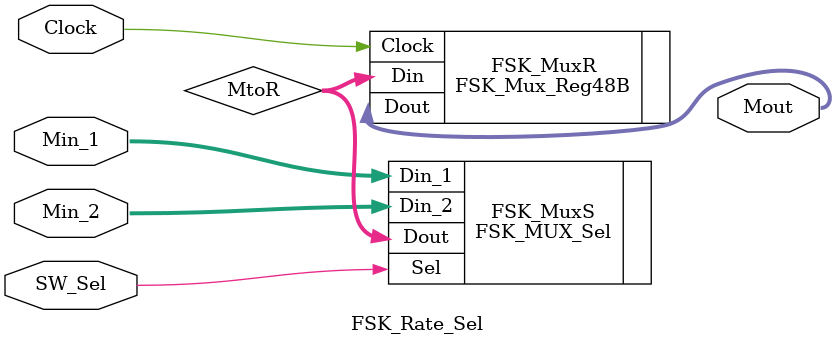
<source format=v>
`timescale	1ns/1ps

module	FSK_Rate_Sel(Mout, Min_1, Min_2, SW_Sel, Clock)	;

output	[47:0]	Mout	;
wire	[47:0]	Mout	;

input	[47:0]	Min_1, Min_2	;
wire	[47:0]	Min_1, Min_2	;

input	SW_Sel	;
wire	SW_Sel	;

input	Clock	;
wire	Clock	;


wire	[47:0]	MtoR	;

FSK_MUX_Sel			FSK_MuxS(.Dout(MtoR), .Din_1(Min_1), .Din_2(Min_2), .Sel(SW_Sel))	;
FSK_Mux_Reg48B		FSK_MuxR(.Dout(Mout), .Din(MtoR), .Clock(Clock))	;

endmodule

</source>
